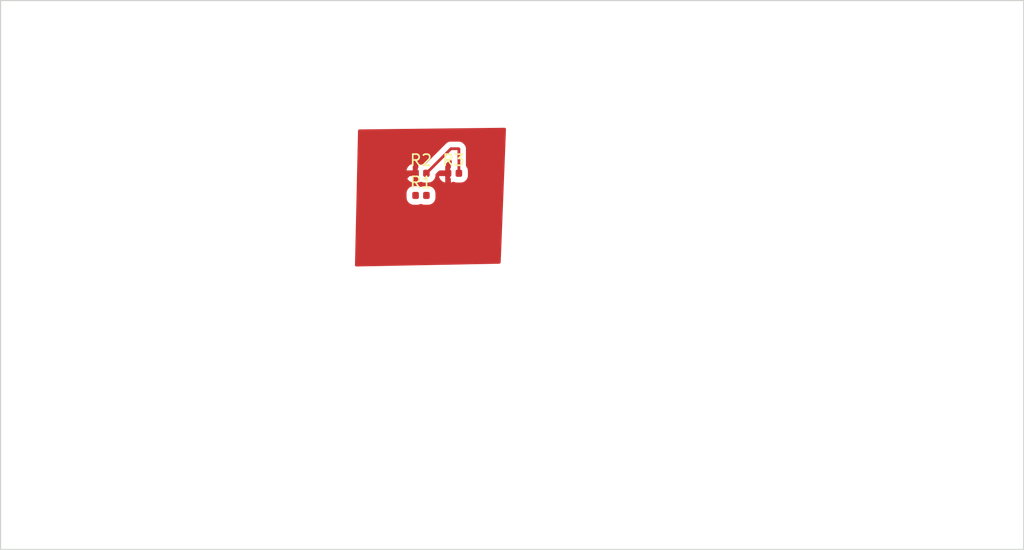
<source format=kicad_pcb>
(kicad_pcb (version 20200819) (host pcbnew "(5.99.0-2928-gf95651841)")

  (general
    (thickness 1.6)
  )

  (paper "A4")
  (layers
    (0 "F.Cu" signal)
    (31 "B.Cu" signal)
    (32 "B.Adhes" user)
    (33 "F.Adhes" user)
    (34 "B.Paste" user)
    (35 "F.Paste" user)
    (36 "B.SilkS" user)
    (37 "F.SilkS" user)
    (38 "B.Mask" user)
    (39 "F.Mask" user)
    (40 "Dwgs.User" user)
    (41 "Cmts.User" user)
    (42 "Eco1.User" user)
    (43 "Eco2.User" user)
    (44 "Edge.Cuts" user)
    (45 "Margin" user)
    (46 "B.CrtYd" user)
    (47 "F.CrtYd" user)
    (48 "B.Fab" user)
    (49 "F.Fab" user)
  )

  (setup
    (pcbplotparams
      (layerselection 0x010fc_ffffffff)
      (usegerberextensions false)
      (usegerberattributes true)
      (usegerberadvancedattributes true)
      (creategerberjobfile true)
      (svguseinch false)
      (svgprecision 6)
      (excludeedgelayer true)
      (linewidth 0.100000)
      (plotframeref false)
      (viasonmask false)
      (mode 1)
      (useauxorigin false)
      (hpglpennumber 1)
      (hpglpenspeed 20)
      (hpglpendiameter 15.000000)
      (psnegative false)
      (psa4output false)
      (plotreference true)
      (plotvalue true)
      (plotinvisibletext false)
      (sketchpadsonfab false)
      (subtractmaskfromsilk false)
      (outputformat 1)
      (mirror false)
      (drillshape 1)
      (scaleselection 1)
      (outputdirectory "")
    )
  )


  (net 0 "")
  (net 1 "Net-(R1-Pad2)")
  (net 2 "Net-(R1-Pad1)")
  (net 3 "Net-(R2-Pad1)")

  (module "Resistor_SMD:R_0402_1005Metric" (layer "F.Cu") (tedit 5B301BBD) (tstamp 2e35e56e-39f2-4e13-a89c-33e461318e9a)
    (at 111.506 80.814)
    (descr "Resistor SMD 0402 (1005 Metric), square (rectangular) end terminal, IPC_7351 nominal, (Body size source: http://www.tortai-tech.com/upload/download/2011102023233369053.pdf), generated with kicad-footprint-generator")
    (tags "resistor")
    (property "Sheet file" "/home/dom/Downloads/test/test.kicad_sch")
    (property "Sheet name" "")
    (path "/1d21652e-0afd-4478-9568-7a8f5cff3100")
    (attr smd)
    (fp_text reference "R2" (at 0 -1.17) (layer "F.SilkS")
      (effects (font (size 1 1) (thickness 0.15)))
      (tstamp 2608013f-c60b-4903-8df3-ce47a61306c4)
    )
    (fp_text value "R_Small" (at 0 1.17) (layer "F.Fab")
      (effects (font (size 1 1) (thickness 0.15)))
      (tstamp 15494b9a-f470-4197-ad3b-0b6d97808b23)
    )
    (fp_text user "${REFERENCE}" (at 0 0) (layer "F.Fab")
      (effects (font (size 0.25 0.25) (thickness 0.04)))
      (tstamp 34e274c3-95e2-4821-920e-a3048fcf9646)
    )
    (fp_line (start -0.93 -0.47) (end 0.93 -0.47) (layer "F.CrtYd") (width 0.05) (tstamp 08f25d02-c11d-4b34-8011-ab383f95d7a1))
    (fp_line (start -0.93 0.47) (end -0.93 -0.47) (layer "F.CrtYd") (width 0.05) (tstamp 7aee03de-bbcd-41a7-974e-22f66503898e))
    (fp_line (start 0.93 -0.47) (end 0.93 0.47) (layer "F.CrtYd") (width 0.05) (tstamp 84118b63-1ccc-431c-8f94-70cc152141fd))
    (fp_line (start 0.93 0.47) (end -0.93 0.47) (layer "F.CrtYd") (width 0.05) (tstamp 9b5b55f1-cdfc-46ee-9072-40ab8e269d54))
    (fp_line (start 0.5 -0.25) (end 0.5 0.25) (layer "F.Fab") (width 0.1) (tstamp 3d4c44b3-a350-4f64-820e-e2815c9c62d3))
    (fp_line (start -0.5 0.25) (end -0.5 -0.25) (layer "F.Fab") (width 0.1) (tstamp 8f617df1-1490-4d84-9cb4-a56f4057882c))
    (fp_line (start -0.5 -0.25) (end 0.5 -0.25) (layer "F.Fab") (width 0.1) (tstamp b2a0f501-c07d-4d4d-8d12-bb2b32044306))
    (fp_line (start 0.5 0.25) (end -0.5 0.25) (layer "F.Fab") (width 0.1) (tstamp bea4d8e9-184c-47c5-85e1-c6b4d14d07b6))
    (pad "1" smd roundrect (at -0.485 0) (size 0.59 0.64) (layers "F.Cu" "F.Paste" "F.Mask") (roundrect_rratio 0.25)
      (net 3 "Net-(R2-Pad1)") (tstamp 08634bb5-252a-4644-975b-554b5d0b7e90))
    (pad "2" smd roundrect (at 0.485 0) (size 0.59 0.64) (layers "F.Cu" "F.Paste" "F.Mask") (roundrect_rratio 0.25)
      (net 1 "Net-(R1-Pad2)") (tstamp 049859c8-78ff-420a-9dca-24bbecdc6125))
    (model "${KISYS3DMOD}/Resistor_SMD.3dshapes/R_0402_1005Metric.wrl"
      (offset (xyz 0 0 0))
      (scale (xyz 1 1 1))
      (rotate (xyz 0 0 0))
    )
  )

  (module "Resistor_SMD:R_0402_1005Metric" (layer "F.Cu") (tedit 5B301BBD) (tstamp 67a9540f-ec44-4aea-b54f-9e5d1b243986)
    (at 111.506 82.804)
    (descr "Resistor SMD 0402 (1005 Metric), square (rectangular) end terminal, IPC_7351 nominal, (Body size source: http://www.tortai-tech.com/upload/download/2011102023233369053.pdf), generated with kicad-footprint-generator")
    (tags "resistor")
    (property "Sheet file" "/home/dom/Downloads/test/test.kicad_sch")
    (property "Sheet name" "")
    (path "/274977f8-da1c-43c6-8429-27b99eb50048")
    (attr smd)
    (fp_text reference "R1" (at 0 -1.17) (layer "F.SilkS")
      (effects (font (size 1 1) (thickness 0.15)))
      (tstamp c5e9515e-fe30-406b-946f-78aa2287a2b2)
    )
    (fp_text value "R_Small" (at 0 1.17) (layer "F.Fab")
      (effects (font (size 1 1) (thickness 0.15)))
      (tstamp 843d10ec-0bf7-43d3-9c40-ec5b295ab15f)
    )
    (fp_text user "${REFERENCE}" (at 0 0) (layer "F.Fab")
      (effects (font (size 0.25 0.25) (thickness 0.04)))
      (tstamp 07fa7917-52dd-4b3f-95b2-a651606cd61c)
    )
    (fp_line (start -0.93 -0.47) (end 0.93 -0.47) (layer "F.CrtYd") (width 0.05) (tstamp 1709022a-1afb-4388-80b7-c1622545d5b5))
    (fp_line (start 0.93 -0.47) (end 0.93 0.47) (layer "F.CrtYd") (width 0.05) (tstamp 982f110a-e2dd-4179-88fc-7d0232e6cc06))
    (fp_line (start 0.93 0.47) (end -0.93 0.47) (layer "F.CrtYd") (width 0.05) (tstamp b8ba2f0a-f67a-46f8-a399-fafd449dee82))
    (fp_line (start -0.93 0.47) (end -0.93 -0.47) (layer "F.CrtYd") (width 0.05) (tstamp d9f0b932-20d5-4274-a8e4-b885e3d96e69))
    (fp_line (start -0.5 -0.25) (end 0.5 -0.25) (layer "F.Fab") (width 0.1) (tstamp 21709458-2485-4531-885d-d7c22cc8e7e6))
    (fp_line (start 0.5 -0.25) (end 0.5 0.25) (layer "F.Fab") (width 0.1) (tstamp 69786e70-889b-425d-990f-50d0ce763842))
    (fp_line (start 0.5 0.25) (end -0.5 0.25) (layer "F.Fab") (width 0.1) (tstamp b6f109b1-697d-4408-9828-1e7e1a7cfd42))
    (fp_line (start -0.5 0.25) (end -0.5 -0.25) (layer "F.Fab") (width 0.1) (tstamp d4712823-4f65-44d7-b341-808aae111cba))
    (pad "1" smd roundrect (at -0.485 0) (size 0.59 0.64) (layers "F.Cu" "F.Paste" "F.Mask") (roundrect_rratio 0.25)
      (net 2 "Net-(R1-Pad1)") (tstamp 647ba693-108a-46de-b52d-f093de185a75))
    (pad "2" smd roundrect (at 0.485 0) (size 0.59 0.64) (layers "F.Cu" "F.Paste" "F.Mask") (roundrect_rratio 0.25)
      (net 1 "Net-(R1-Pad2)") (tstamp 9e4243f1-8573-419b-93f6-69fab259a67e))
    (model "${KISYS3DMOD}/Resistor_SMD.3dshapes/R_0402_1005Metric.wrl"
      (offset (xyz 0 0 0))
      (scale (xyz 1 1 1))
      (rotate (xyz 0 0 0))
    )
  )

  (module "Resistor_SMD:R_0402_1005Metric" (layer "F.Cu") (tedit 5B301BBD) (tstamp f67218b8-fb92-4fe7-84fe-804d327d48d1)
    (at 114.416 80.814)
    (descr "Resistor SMD 0402 (1005 Metric), square (rectangular) end terminal, IPC_7351 nominal, (Body size source: http://www.tortai-tech.com/upload/download/2011102023233369053.pdf), generated with kicad-footprint-generator")
    (tags "resistor")
    (property "Sheet file" "/home/dom/Downloads/test/test.kicad_sch")
    (property "Sheet name" "")
    (path "/2e14a2a0-1c04-42c3-9911-e34ceb1f9ad8")
    (attr smd)
    (fp_text reference "R3" (at 0 -1.17) (layer "F.SilkS")
      (effects (font (size 1 1) (thickness 0.15)))
      (tstamp 8c78bde3-f538-4fda-94d9-4151c6489f47)
    )
    (fp_text value "R_Small" (at 0 1.17) (layer "F.Fab")
      (effects (font (size 1 1) (thickness 0.15)))
      (tstamp b8627364-1346-41a2-97de-6a59023bfbe1)
    )
    (fp_text user "${REFERENCE}" (at 0 0) (layer "F.Fab")
      (effects (font (size 0.25 0.25) (thickness 0.04)))
      (tstamp 76ec4073-6e0a-4968-b6ad-e5bd1ac12146)
    )
    (fp_line (start 0.93 -0.47) (end 0.93 0.47) (layer "F.CrtYd") (width 0.05) (tstamp 630e66d9-7009-4548-934e-83ab633f8b98))
    (fp_line (start -0.93 0.47) (end -0.93 -0.47) (layer "F.CrtYd") (width 0.05) (tstamp a7912eb2-40ab-432e-b2a1-2f941927b43c))
    (fp_line (start 0.93 0.47) (end -0.93 0.47) (layer "F.CrtYd") (width 0.05) (tstamp b5a83110-cf69-42b3-981a-4d97509bbe30))
    (fp_line (start -0.93 -0.47) (end 0.93 -0.47) (layer "F.CrtYd") (width 0.05) (tstamp e4c6bfb5-dda1-4669-bc12-5d2df7558304))
    (fp_line (start -0.5 0.25) (end -0.5 -0.25) (layer "F.Fab") (width 0.1) (tstamp 112478b0-aff4-4ae0-8c96-08d8c6f3dc47))
    (fp_line (start 0.5 0.25) (end -0.5 0.25) (layer "F.Fab") (width 0.1) (tstamp 20aeb361-93b0-4262-bf53-ea45301eb3e6))
    (fp_line (start 0.5 -0.25) (end 0.5 0.25) (layer "F.Fab") (width 0.1) (tstamp 67a2f96f-6ee4-4fa4-b57f-f6af959a7bec))
    (fp_line (start -0.5 -0.25) (end 0.5 -0.25) (layer "F.Fab") (width 0.1) (tstamp 762b8aec-70d1-49eb-a871-8cc0e8f849ea))
    (pad "1" smd roundrect (at -0.485 0) (size 0.59 0.64) (layers "F.Cu" "F.Paste" "F.Mask") (roundrect_rratio 0.25)
      (net 3 "Net-(R2-Pad1)") (tstamp 1dec6977-7edb-4e58-9aaf-965641602fe2))
    (pad "2" smd roundrect (at 0.485 0) (size 0.59 0.64) (layers "F.Cu" "F.Paste" "F.Mask") (roundrect_rratio 0.25)
      (net 1 "Net-(R1-Pad2)") (tstamp 64e6a021-8cf3-4cdf-bb07-67aa282a1721))
    (model "${KISYS3DMOD}/Resistor_SMD.3dshapes/R_0402_1005Metric.wrl"
      (offset (xyz 0 0 0))
      (scale (xyz 1 1 1))
      (rotate (xyz 0 0 0))
    )
  )

  (gr_rect (start 73.8378 65.3288) (end 165.5064 114.554) (layer "Edge.Cuts") (width 0.1) (tstamp 3a43118e-4b4b-4961-8500-c8729a204e86))

  (segment (start 114.8588 78.613) (end 114.192 78.613) (width 0.25) (layer "F.Cu") (net 1) (tstamp 1019e655-7cba-45e0-b987-d2115c5676f8))
  (segment (start 114.192 78.613) (end 111.991 80.814) (width 0.25) (layer "F.Cu") (net 1) (tstamp 241fb8f4-0106-4da2-95e1-08924968743f))
  (segment (start 114.901 78.6552) (end 114.8588 78.613) (width 0.25) (layer "F.Cu") (net 1) (tstamp 5f443ecc-6dc8-4d65-b2d4-2702bf1cb330))
  (segment (start 114.901 80.814) (end 114.901 78.6552) (width 0.25) (layer "F.Cu") (net 1) (tstamp ffad814b-0ff2-41ae-90f6-2ece8b4df7ab))
  (segment (start 109.728 81.661) (end 109.728 83.1342) (width 0.25) (layer "F.Cu") (net 3) (tstamp 0aeb92fb-b7d4-4745-af62-7f8840eb9dc7))
  (segment (start 112.8776 83.82) (end 113.931 82.7666) (width 0.25) (layer "F.Cu") (net 3) (tstamp 1f8a8106-f867-43c0-8011-c4329d79c359))
  (segment (start 109.728 83.1342) (end 110.4138 83.82) (width 0.25) (layer "F.Cu") (net 3) (tstamp 552d2183-6b4a-48ac-b7a2-83e116b69a88))
  (segment (start 113.931 82.7666) (end 113.931 80.814) (width 0.25) (layer "F.Cu") (net 3) (tstamp 593326f5-d1c7-40f2-a9a6-7fb3932bd744))
  (segment (start 110.4138 83.82) (end 112.8776 83.82) (width 0.25) (layer "F.Cu") (net 3) (tstamp 90d8961f-6a71-4b3b-b328-ce0412ab50ca))
  (segment (start 110.575 80.814) (end 109.728 81.661) (width 0.25) (layer "F.Cu") (net 3) (tstamp 988b05d5-906a-4504-9abb-d49688a4d719))
  (segment (start 111.021 80.814) (end 110.575 80.814) (width 0.25) (layer "F.Cu") (net 3) (tstamp fa845dd2-b8cf-4b8f-9b36-bf547bd2b518))

  (zone (net 3) (net_name "Net-(R2-Pad1)") (layer "F.Cu") (tstamp cede45cc-3345-43eb-a4ae-2346c54fbdc8) (hatch edge 0.508)
    (connect_pads (clearance 0.508))
    (min_thickness 0.254) (filled_areas_thickness no)
    (fill yes (thermal_gap 0.508) (thermal_bridge_width 0.508))
    (polygon
      (pts
        (xy 119.126 76.7334)
        (xy 118.6434 88.9254)
        (xy 105.5878 89.1794)
        (xy 105.8672 76.8858)
      )
    )
    (filled_polygon
      (layer F.Cu)
      (pts
        (xy 119.061752 76.754142)
        (xy 119.108858 76.80726)
        (xy 119.120755 76.8659)
        (xy 118.648098 88.806718)
        (xy 118.625418 88.873994)
        (xy 118.569965 88.918328)
        (xy 118.524648 88.92771)
        (xy 105.719204 89.176843)
        (xy 105.650707 89.15817)
        (xy 105.603179 89.105429)
        (xy 105.590786 89.048004)
        (xy 105.59352 88.92771)
        (xy 105.737706 82.583499)
        (xy 110.212262 82.583499)
        (xy 110.212262 83.014403)
        (xy 110.251116 83.219752)
        (xy 110.251119 83.219759)
        (xy 110.351033 83.392815)
        (xy 110.497522 83.528737)
        (xy 110.677562 83.61544)
        (xy 110.825499 83.637738)
        (xy 111.206404 83.637738)
        (xy 111.41175 83.598885)
        (xy 111.411755 83.598883)
        (xy 111.445688 83.579292)
        (xy 111.514684 83.562554)
        (xy 111.563357 83.574889)
        (xy 111.647562 83.61544)
        (xy 111.795499 83.637738)
        (xy 112.176403 83.637738)
        (xy 112.381752 83.598884)
        (xy 112.381759 83.598881)
        (xy 112.554815 83.498967)
        (xy 112.690737 83.352478)
        (xy 112.77744 83.172438)
        (xy 112.799738 83.024501)
        (xy 112.799738 82.593597)
        (xy 112.760884 82.388248)
        (xy 112.760881 82.388241)
        (xy 112.660967 82.215185)
        (xy 112.514478 82.079263)
        (xy 112.334437 81.99256)
        (xy 112.33444 81.99256)
        (xy 112.186501 81.970262)
        (xy 111.805596 81.970262)
        (xy 111.60025 82.009115)
        (xy 111.600245 82.009117)
        (xy 111.566312 82.028708)
        (xy 111.497316 82.045446)
        (xy 111.448643 82.033111)
        (xy 111.364437 81.99256)
        (xy 111.36444 81.99256)
        (xy 111.216501 81.970262)
        (xy 110.835597 81.970262)
        (xy 110.630248 82.009116)
        (xy 110.630241 82.009119)
        (xy 110.457185 82.109033)
        (xy 110.321263 82.255522)
        (xy 110.23456 82.435562)
        (xy 110.212262 82.583499)
        (xy 105.737706 82.583499)
        (xy 105.772148 81.068)
        (xy 110.220511 81.068)
        (xy 110.251116 81.229752)
        (xy 110.251119 81.229759)
        (xy 110.351033 81.402815)
        (xy 110.497522 81.538737)
        (xy 110.677562 81.62544)
        (xy 110.767 81.63892)
        (xy 110.767 81.068)
        (xy 110.220511 81.068)
        (xy 105.772148 81.068)
        (xy 105.782932 80.593499)
        (xy 111.182262 80.593499)
        (xy 111.182262 81.024403)
        (xy 111.221116 81.229752)
        (xy 111.221119 81.229759)
        (xy 111.258119 81.293845)
        (xy 111.275 81.356845)
        (xy 111.275 81.634759)
        (xy 111.411753 81.608883)
        (xy 111.411759 81.608881)
        (xy 111.445688 81.589292)
        (xy 111.514684 81.572554)
        (xy 111.563357 81.584889)
        (xy 111.647562 81.62544)
        (xy 111.795499 81.647738)
        (xy 112.176403 81.647738)
        (xy 112.381752 81.608884)
        (xy 112.381759 81.608881)
        (xy 112.554815 81.508967)
        (xy 112.690737 81.362478)
        (xy 112.77744 81.182438)
        (xy 112.794688 81.068)
        (xy 113.130511 81.068)
        (xy 113.161116 81.229752)
        (xy 113.161119 81.229759)
        (xy 113.261033 81.402815)
        (xy 113.407522 81.538737)
        (xy 113.587562 81.62544)
        (xy 113.677 81.63892)
        (xy 113.677 81.068)
        (xy 113.130511 81.068)
        (xy 112.794688 81.068)
        (xy 112.799738 81.034501)
        (xy 112.799738 80.952648)
        (xy 112.836643 80.863553)
        (xy 113.103291 80.596905)
        (xy 113.192386 80.56)
        (xy 113.677 80.56)
        (xy 113.677 80.075387)
        (xy 113.713905 79.986292)
        (xy 114.052905 79.647292)
        (xy 114.115217 79.613266)
        (xy 114.186032 79.618331)
        (xy 114.242868 79.660878)
        (xy 114.268 79.736387)
        (xy 114.268 79.85985)
        (xy 114.247998 79.927971)
        (xy 114.224189 79.955354)
        (xy 114.185 79.989079)
        (xy 114.185 80.270534)
        (xy 114.172522 80.325203)
        (xy 114.11456 80.445562)
        (xy 114.092262 80.593499)
        (xy 114.092262 81.024403)
        (xy 114.131116 81.229752)
        (xy 114.131119 81.229759)
        (xy 114.168119 81.293845)
        (xy 114.185 81.356845)
        (xy 114.185 81.634759)
        (xy 114.321753 81.608883)
        (xy 114.321759 81.608881)
        (xy 114.355688 81.589292)
        (xy 114.424684 81.572554)
        (xy 114.473357 81.584889)
        (xy 114.557562 81.62544)
        (xy 114.705499 81.647738)
        (xy 115.086403 81.647738)
        (xy 115.291752 81.608884)
        (xy 115.291759 81.608881)
        (xy 115.464815 81.508967)
        (xy 115.600737 81.362478)
        (xy 115.68744 81.182438)
        (xy 115.709738 81.034501)
        (xy 115.709738 80.603597)
        (xy 115.670884 80.398248)
        (xy 115.670881 80.398241)
        (xy 115.570969 80.225187)
        (xy 115.56508 80.217803)
        (xy 115.568529 80.215052)
        (xy 115.534 80.135911)
        (xy 115.534 78.554944)
        (xy 115.521477 78.516403)
        (xy 115.516861 78.497174)
        (xy 115.510523 78.457154)
        (xy 115.510523 78.457153)
        (xy 115.492125 78.421044)
        (xy 115.484559 78.402779)
        (xy 115.472038 78.364243)
        (xy 115.44822 78.33146)
        (xy 115.437891 78.314604)
        (xy 115.419493 78.278497)
        (xy 115.419489 78.278491)
        (xy 115.235509 78.094511)
        (xy 115.235503 78.094507)
        (xy 115.199396 78.076109)
        (xy 115.18254 78.06578)
        (xy 115.14976 78.041964)
        (xy 115.149754 78.041962)
        (xy 115.111225 78.029443)
        (xy 115.092955 78.021876)
        (xy 115.056845 78.003476)
        (xy 115.016816 77.997137)
        (xy 114.997589 77.992521)
        (xy 114.959056 77.980001)
        (xy 114.913833 77.980001)
        (xy 114.913809 77.98)
        (xy 114.136991 77.98)
        (xy 114.136967 77.980001)
        (xy 114.091742 77.980001)
        (xy 114.053211 77.992521)
        (xy 114.033986 77.997137)
        (xy 113.993952 78.003478)
        (xy 113.957847 78.021875)
        (xy 113.939576 78.029443)
        (xy 113.90104 78.041964)
        (xy 113.901037 78.041965)
        (xy 113.868258 78.065781)
        (xy 113.851399 78.076113)
        (xy 113.815295 78.094509)
        (xy 113.815292 78.094511)
        (xy 113.779626 78.130177)
        (xy 111.966447 79.943357)
        (xy 111.877352 79.980262)
        (xy 111.805596 79.980262)
        (xy 111.60025 80.019115)
        (xy 111.600245 80.019117)
        (xy 111.566312 80.038708)
        (xy 111.497316 80.055446)
        (xy 111.448643 80.043111)
        (xy 111.364437 80.00256)
        (xy 111.364439 80.00256)
        (xy 111.275 79.98908)
        (xy 111.275 80.270534)
        (xy 111.262522 80.325203)
        (xy 111.20456 80.445562)
        (xy 111.182262 80.593499)
        (xy 105.782932 80.593499)
        (xy 105.783694 80.56)
        (xy 110.21731 80.56)
        (xy 110.767 80.56)
        (xy 110.767 79.993241)
        (xy 110.630247 80.019117)
        (xy 110.630241 80.019119)
        (xy 110.457185 80.119033)
        (xy 110.321263 80.265522)
        (xy 110.23456 80.445562)
        (xy 110.21731 80.56)
        (xy 105.783694 80.56)
        (xy 105.864433 77.007529)
        (xy 105.885977 76.939881)
        (xy 105.940675 76.89462)
        (xy 105.988952 76.884401)
        (xy 117.321446 76.754142)
        (xy 118.993406 76.734924)
      )
    )
  )
)

</source>
